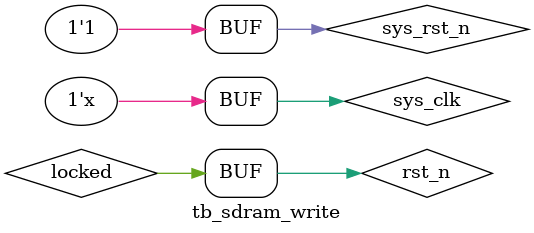
<source format=v>
`timescale 1ns/1ns

module tb_sdram_write();


reg             sys_clk     ; // 50MHz clk
reg             sys_rst_n   ;

wire    [3:0]   init_cmd    ;
wire    [1:0]   init_ba     ;
wire    [12:0]  init_addr   ;
wire            init_end    ;
wire            locked      ;
wire            clk_50m     ;
wire            clk_100m    ;
wire            clk_100m_p  ;//phase shifted
wire            rst_n       ;

wire            wr_ack          ;
wire            wr_end          ;
wire    [3:0]   wr_cmd          ;
wire    [1:0]   wr_ba           ;
wire    [12:0]  wr_sdram_addr   ;
wire            sdram_en        ;
wire    [15:0]  wr_sdram_data   ;

wire    [3:0]   sdram_cmd       ;// tb using to judge which value should transfer to sdram.
wire    [1:0]   sdram_ba        ;// tb using to judge which value should transfer to sdram.
wire    [12:0]  sdram_addr      ;// tb using to judge which value should transfer to sdram.
wire    [15:0]  sdram_data      ;// tb using to judge which value should transfer to sdram.

reg             wr_en           ;
reg     [15:0]  wr_data_in      ;

assign sdram_cmd  = (init_end == 1'b1) ? wr_cmd : init_cmd;
assign sdram_ba   = (init_end == 1'b1) ? wr_ba : init_ba;
assign sdram_addr = (init_end == 1'b1) ? wr_sdram_addr : init_addr;
assign sdram_data = (sdram_en == 1'b1) ? wr_sdram_data : 16'hzzzz;

assign rst_n = (sys_rst_n & locked);

initial
    begin
        sys_clk = 1'b1;
        sys_rst_n <= 1'b0;
        #30
        sys_rst_n <= 1'b1;
    end

defparam    sdram_model_plus_inst.addr_bits = 13;
defparam    sdram_model_plus_inst.data_bits = 16;
defparam    sdram_model_plus_inst.col_bits  = 9 ;
defparam    sdram_model_plus_inst.mem_sizes = 2*1024*1024;

always #10 sys_clk = ~sys_clk;

always@(posedge clk_100m or negedge rst_n)
    if(rst_n == 1'b0)
        wr_en <= 1'b0;
    else if(wr_end == 1'b1)
        wr_en <= 1'b0;
    else if(init_end == 1'b1)
        wr_en <= 1'b1;


always@(posedge clk_100m or negedge rst_n)
    if(rst_n == 1'b0)
        wr_data_in <= 16'd0;
    else if(wr_data_in == 16'd10)
        wr_data_in <= 16'd0;
    else if(wr_ack == 1'b1)
        wr_data_in <= wr_data_in + 1'b1;

sdram_init  sdram_init_inst
(
    .sys_clk     (clk_100m  ), // 100MHz clk
    .sys_rst_n   (rst_n     ),
                  
    .init_cmd    (init_cmd  ),
    .init_ba     (init_ba   ),
    .init_addr   (init_addr ),
    .init_end    (init_end  )
);

sdram_write sdram_write_inst
(
    .sys_clk         (clk_100m  ),
    .sys_rst_n       (rst_n     ),
    .init_end        (init_end  ),
    .wr_en           (wr_en     ),
    .wr_addr         (24'h000_000),
    .wr_data         (wr_data_in),
    .wr_burst_len    (10'd10    ), // columns is 9 bit width = 512 data, but 9'b1_1111_1111 = 'd511 so that 'd512 needs 10 bits width.
    
    .wr_ack          (wr_ack       ), // using to fifo_read_en
    .wr_end          (wr_end       ),
    .wr_cmd          (wr_cmd       ),
    .wr_ba           (wr_ba        ),
    .wr_sdram_addr   (wr_sdram_addr),
    .sdram_en        (sdram_en     ), // control sdarm_arbit dq being output.
    .wr_sdram_data   (wr_sdram_data) // assign wr_data and transfer to sdram_arbit.
);

sdram_model_plus    sdram_model_plus_inst
(
    .Dq      (sdram_data ), 
    .Addr    (sdram_addr ), 
    .Ba      (sdram_ba   ), 
    .Clk     (clk_100m_p ), 
    .Cke     (1'b1       ), 
    .Cs_n    (sdram_cmd[3]), 
    .Ras_n   (sdram_cmd[2]), 
    .Cas_n   (sdram_cmd[1]), 
    .We_n    (sdram_cmd[0]), 
    .Dqm     (2'b00      ),
    .Debug   (1'b1       )
    );

clk_gen clk_gen_inst 
(
    .areset ( ~sys_rst_n    ),
    .inclk0 ( sys_clk       ),
    .c0     ( clk_50m       ),
    .c1     ( clk_100m      ),
    .c2     ( clk_100m_p    ),
    .locked ( locked        )
    );


endmodule
</source>
